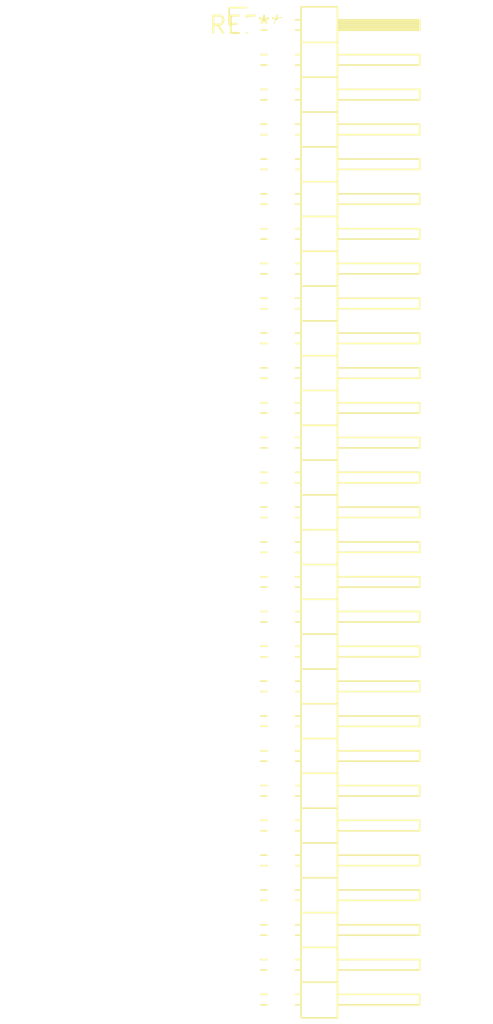
<source format=kicad_pcb>
(kicad_pcb (version 20240108) (generator pcbnew)
  (layers (0 "F.Cu" signal) (31 "B.Cu" signal) (34 "B.Paste" user) (35 "F.Paste" user) (36 "B.SilkS" user "B.Silkscreen") (37 "F.SilkS" user "F.Silkscreen") (38 "B.Mask" user) (39 "F.Mask" user) (44 "Edge.Cuts" user))
  (net 0 "")
  (footprint "PinHeader_2x29_P2.54mm_Horizontal" (layer "F.Cu") (at 0 0)
    (property "Reference" "REF**")
    (property "Value" "PinHeader_2x29_P2.54mm_Horizontal")
    (fp_line (start -1.27 -1.27) (end 0 -1.27) (layer "F.SilkS") (stroke (width 0.12)))
    (fp_line (start -1.27 0) (end -1.27 -1.27) (layer "F.SilkS") (stroke (width 0.12)))
    (fp_line (start 1.042929 2.16) (end 1.497071 2.16) (layer "F.SilkS") (stroke (width 0.12)))
    (fp_line (start 1.042929 2.92) (end 1.497071 2.92) (layer "F.SilkS") (stroke (width 0.12)))
    (fp_line (start 1.042929 4.7) (end 1.497071 4.7) (layer "F.SilkS") (stroke (width 0.12)))
    (fp_line (start 1.042929 5.46) (end 1.497071 5.46) (layer "F.SilkS") (stroke (width 0.12)))
    (fp_line (start 1.042929 7.24) (end 1.497071 7.24) (layer "F.SilkS") (stroke (width 0.12)))
    (fp_line (start 1.042929 8) (end 1.497071 8) (layer "F.SilkS") (stroke (width 0.12)))
    (fp_line (start 1.042929 9.78) (end 1.497071 9.78) (layer "F.SilkS") (stroke (width 0.12)))
    (fp_line (start 1.042929 10.54) (end 1.497071 10.54) (layer "F.SilkS") (stroke (width 0.12)))
    (fp_line (start 1.042929 12.32) (end 1.497071 12.32) (layer "F.SilkS") (stroke (width 0.12)))
    (fp_line (start 1.042929 13.08) (end 1.497071 13.08) (layer "F.SilkS") (stroke (width 0.12)))
    (fp_line (start 1.042929 14.86) (end 1.497071 14.86) (layer "F.SilkS") (stroke (width 0.12)))
    (fp_line (start 1.042929 15.62) (end 1.497071 15.62) (layer "F.SilkS") (stroke (width 0.12)))
    (fp_line (start 1.042929 17.4) (end 1.497071 17.4) (layer "F.SilkS") (stroke (width 0.12)))
    (fp_line (start 1.042929 18.16) (end 1.497071 18.16) (layer "F.SilkS") (stroke (width 0.12)))
    (fp_line (start 1.042929 19.94) (end 1.497071 19.94) (layer "F.SilkS") (stroke (width 0.12)))
    (fp_line (start 1.042929 20.7) (end 1.497071 20.7) (layer "F.SilkS") (stroke (width 0.12)))
    (fp_line (start 1.042929 22.48) (end 1.497071 22.48) (layer "F.SilkS") (stroke (width 0.12)))
    (fp_line (start 1.042929 23.24) (end 1.497071 23.24) (layer "F.SilkS") (stroke (width 0.12)))
    (fp_line (start 1.042929 25.02) (end 1.497071 25.02) (layer "F.SilkS") (stroke (width 0.12)))
    (fp_line (start 1.042929 25.78) (end 1.497071 25.78) (layer "F.SilkS") (stroke (width 0.12)))
    (fp_line (start 1.042929 27.56) (end 1.497071 27.56) (layer "F.SilkS") (stroke (width 0.12)))
    (fp_line (start 1.042929 28.32) (end 1.497071 28.32) (layer "F.SilkS") (stroke (width 0.12)))
    (fp_line (start 1.042929 30.1) (end 1.497071 30.1) (layer "F.SilkS") (stroke (width 0.12)))
    (fp_line (start 1.042929 30.86) (end 1.497071 30.86) (layer "F.SilkS") (stroke (width 0.12)))
    (fp_line (start 1.042929 32.64) (end 1.497071 32.64) (layer "F.SilkS") (stroke (width 0.12)))
    (fp_line (start 1.042929 33.4) (end 1.497071 33.4) (layer "F.SilkS") (stroke (width 0.12)))
    (fp_line (start 1.042929 35.18) (end 1.497071 35.18) (layer "F.SilkS") (stroke (width 0.12)))
    (fp_line (start 1.042929 35.94) (end 1.497071 35.94) (layer "F.SilkS") (stroke (width 0.12)))
    (fp_line (start 1.042929 37.72) (end 1.497071 37.72) (layer "F.SilkS") (stroke (width 0.12)))
    (fp_line (start 1.042929 38.48) (end 1.497071 38.48) (layer "F.SilkS") (stroke (width 0.12)))
    (fp_line (start 1.042929 40.26) (end 1.497071 40.26) (layer "F.SilkS") (stroke (width 0.12)))
    (fp_line (start 1.042929 41.02) (end 1.497071 41.02) (layer "F.SilkS") (stroke (width 0.12)))
    (fp_line (start 1.042929 42.8) (end 1.497071 42.8) (layer "F.SilkS") (stroke (width 0.12)))
    (fp_line (start 1.042929 43.56) (end 1.497071 43.56) (layer "F.SilkS") (stroke (width 0.12)))
    (fp_line (start 1.042929 45.34) (end 1.497071 45.34) (layer "F.SilkS") (stroke (width 0.12)))
    (fp_line (start 1.042929 46.1) (end 1.497071 46.1) (layer "F.SilkS") (stroke (width 0.12)))
    (fp_line (start 1.042929 47.88) (end 1.497071 47.88) (layer "F.SilkS") (stroke (width 0.12)))
    (fp_line (start 1.042929 48.64) (end 1.497071 48.64) (layer "F.SilkS") (stroke (width 0.12)))
    (fp_line (start 1.042929 50.42) (end 1.497071 50.42) (layer "F.SilkS") (stroke (width 0.12)))
    (fp_line (start 1.042929 51.18) (end 1.497071 51.18) (layer "F.SilkS") (stroke (width 0.12)))
    (fp_line (start 1.042929 52.96) (end 1.497071 52.96) (layer "F.SilkS") (stroke (width 0.12)))
    (fp_line (start 1.042929 53.72) (end 1.497071 53.72) (layer "F.SilkS") (stroke (width 0.12)))
    (fp_line (start 1.042929 55.5) (end 1.497071 55.5) (layer "F.SilkS") (stroke (width 0.12)))
    (fp_line (start 1.042929 56.26) (end 1.497071 56.26) (layer "F.SilkS") (stroke (width 0.12)))
    (fp_line (start 1.042929 58.04) (end 1.497071 58.04) (layer "F.SilkS") (stroke (width 0.12)))
    (fp_line (start 1.042929 58.8) (end 1.497071 58.8) (layer "F.SilkS") (stroke (width 0.12)))
    (fp_line (start 1.042929 60.58) (end 1.497071 60.58) (layer "F.SilkS") (stroke (width 0.12)))
    (fp_line (start 1.042929 61.34) (end 1.497071 61.34) (layer "F.SilkS") (stroke (width 0.12)))
    (fp_line (start 1.042929 63.12) (end 1.497071 63.12) (layer "F.SilkS") (stroke (width 0.12)))
    (fp_line (start 1.042929 63.88) (end 1.497071 63.88) (layer "F.SilkS") (stroke (width 0.12)))
    (fp_line (start 1.042929 65.66) (end 1.497071 65.66) (layer "F.SilkS") (stroke (width 0.12)))
    (fp_line (start 1.042929 66.42) (end 1.497071 66.42) (layer "F.SilkS") (stroke (width 0.12)))
    (fp_line (start 1.042929 68.2) (end 1.497071 68.2) (layer "F.SilkS") (stroke (width 0.12)))
    (fp_line (start 1.042929 68.96) (end 1.497071 68.96) (layer "F.SilkS") (stroke (width 0.12)))
    (fp_line (start 1.042929 70.74) (end 1.497071 70.74) (layer "F.SilkS") (stroke (width 0.12)))
    (fp_line (start 1.042929 71.5) (end 1.497071 71.5) (layer "F.SilkS") (stroke (width 0.12)))
    (fp_line (start 1.11 -0.38) (end 1.497071 -0.38) (layer "F.SilkS") (stroke (width 0.12)))
    (fp_line (start 1.11 0.38) (end 1.497071 0.38) (layer "F.SilkS") (stroke (width 0.12)))
    (fp_line (start 3.582929 -0.38) (end 3.98 -0.38) (layer "F.SilkS") (stroke (width 0.12)))
    (fp_line (start 3.582929 0.38) (end 3.98 0.38) (layer "F.SilkS") (stroke (width 0.12)))
    (fp_line (start 3.582929 2.16) (end 3.98 2.16) (layer "F.SilkS") (stroke (width 0.12)))
    (fp_line (start 3.582929 2.92) (end 3.98 2.92) (layer "F.SilkS") (stroke (width 0.12)))
    (fp_line (start 3.582929 4.7) (end 3.98 4.7) (layer "F.SilkS") (stroke (width 0.12)))
    (fp_line (start 3.582929 5.46) (end 3.98 5.46) (layer "F.SilkS") (stroke (width 0.12)))
    (fp_line (start 3.582929 7.24) (end 3.98 7.24) (layer "F.SilkS") (stroke (width 0.12)))
    (fp_line (start 3.582929 8) (end 3.98 8) (layer "F.SilkS") (stroke (width 0.12)))
    (fp_line (start 3.582929 9.78) (end 3.98 9.78) (layer "F.SilkS") (stroke (width 0.12)))
    (fp_line (start 3.582929 10.54) (end 3.98 10.54) (layer "F.SilkS") (stroke (width 0.12)))
    (fp_line (start 3.582929 12.32) (end 3.98 12.32) (layer "F.SilkS") (stroke (width 0.12)))
    (fp_line (start 3.582929 13.08) (end 3.98 13.08) (layer "F.SilkS") (stroke (width 0.12)))
    (fp_line (start 3.582929 14.86) (end 3.98 14.86) (layer "F.SilkS") (stroke (width 0.12)))
    (fp_line (start 3.582929 15.62) (end 3.98 15.62) (layer "F.SilkS") (stroke (width 0.12)))
    (fp_line (start 3.582929 17.4) (end 3.98 17.4) (layer "F.SilkS") (stroke (width 0.12)))
    (fp_line (start 3.582929 18.16) (end 3.98 18.16) (layer "F.SilkS") (stroke (width 0.12)))
    (fp_line (start 3.582929 19.94) (end 3.98 19.94) (layer "F.SilkS") (stroke (width 0.12)))
    (fp_line (start 3.582929 20.7) (end 3.98 20.7) (layer "F.SilkS") (stroke (width 0.12)))
    (fp_line (start 3.582929 22.48) (end 3.98 22.48) (layer "F.SilkS") (stroke (width 0.12)))
    (fp_line (start 3.582929 23.24) (end 3.98 23.24) (layer "F.SilkS") (stroke (width 0.12)))
    (fp_line (start 3.582929 25.02) (end 3.98 25.02) (layer "F.SilkS") (stroke (width 0.12)))
    (fp_line (start 3.582929 25.78) (end 3.98 25.78) (layer "F.SilkS") (stroke (width 0.12)))
    (fp_line (start 3.582929 27.56) (end 3.98 27.56) (layer "F.SilkS") (stroke (width 0.12)))
    (fp_line (start 3.582929 28.32) (end 3.98 28.32) (layer "F.SilkS") (stroke (width 0.12)))
    (fp_line (start 3.582929 30.1) (end 3.98 30.1) (layer "F.SilkS") (stroke (width 0.12)))
    (fp_line (start 3.582929 30.86) (end 3.98 30.86) (layer "F.SilkS") (stroke (width 0.12)))
    (fp_line (start 3.582929 32.64) (end 3.98 32.64) (layer "F.SilkS") (stroke (width 0.12)))
    (fp_line (start 3.582929 33.4) (end 3.98 33.4) (layer "F.SilkS") (stroke (width 0.12)))
    (fp_line (start 3.582929 35.18) (end 3.98 35.18) (layer "F.SilkS") (stroke (width 0.12)))
    (fp_line (start 3.582929 35.94) (end 3.98 35.94) (layer "F.SilkS") (stroke (width 0.12)))
    (fp_line (start 3.582929 37.72) (end 3.98 37.72) (layer "F.SilkS") (stroke (width 0.12)))
    (fp_line (start 3.582929 38.48) (end 3.98 38.48) (layer "F.SilkS") (stroke (width 0.12)))
    (fp_line (start 3.582929 40.26) (end 3.98 40.26) (layer "F.SilkS") (stroke (width 0.12)))
    (fp_line (start 3.582929 41.02) (end 3.98 41.02) (layer "F.SilkS") (stroke (width 0.12)))
    (fp_line (start 3.582929 42.8) (end 3.98 42.8) (layer "F.SilkS") (stroke (width 0.12)))
    (fp_line (start 3.582929 43.56) (end 3.98 43.56) (layer "F.SilkS") (stroke (width 0.12)))
    (fp_line (start 3.582929 45.34) (end 3.98 45.34) (layer "F.SilkS") (stroke (width 0.12)))
    (fp_line (start 3.582929 46.1) (end 3.98 46.1) (layer "F.SilkS") (stroke (width 0.12)))
    (fp_line (start 3.582929 47.88) (end 3.98 47.88) (layer "F.SilkS") (stroke (width 0.12)))
    (fp_line (start 3.582929 48.64) (end 3.98 48.64) (layer "F.SilkS") (stroke (width 0.12)))
    (fp_line (start 3.582929 50.42) (end 3.98 50.42) (layer "F.SilkS") (stroke (width 0.12)))
    (fp_line (start 3.582929 51.18) (end 3.98 51.18) (layer "F.SilkS") (stroke (width 0.12)))
    (fp_line (start 3.582929 52.96) (end 3.98 52.96) (layer "F.SilkS") (stroke (width 0.12)))
    (fp_line (start 3.582929 53.72) (end 3.98 53.72) (layer "F.SilkS") (stroke (width 0.12)))
    (fp_line (start 3.582929 55.5) (end 3.98 55.5) (layer "F.SilkS") (stroke (width 0.12)))
    (fp_line (start 3.582929 56.26) (end 3.98 56.26) (layer "F.SilkS") (stroke (width 0.12)))
    (fp_line (start 3.582929 58.04) (end 3.98 58.04) (layer "F.SilkS") (stroke (width 0.12)))
    (fp_line (start 3.582929 58.8) (end 3.98 58.8) (layer "F.SilkS") (stroke (width 0.12)))
    (fp_line (start 3.582929 60.58) (end 3.98 60.58) (layer "F.SilkS") (stroke (width 0.12)))
    (fp_line (start 3.582929 61.34) (end 3.98 61.34) (layer "F.SilkS") (stroke (width 0.12)))
    (fp_line (start 3.582929 63.12) (end 3.98 63.12) (layer "F.SilkS") (stroke (width 0.12)))
    (fp_line (start 3.582929 63.88) (end 3.98 63.88) (layer "F.SilkS") (stroke (width 0.12)))
    (fp_line (start 3.582929 65.66) (end 3.98 65.66) (layer "F.SilkS") (stroke (width 0.12)))
    (fp_line (start 3.582929 66.42) (end 3.98 66.42) (layer "F.SilkS") (stroke (width 0.12)))
    (fp_line (start 3.582929 68.2) (end 3.98 68.2) (layer "F.SilkS") (stroke (width 0.12)))
    (fp_line (start 3.582929 68.96) (end 3.98 68.96) (layer "F.SilkS") (stroke (width 0.12)))
    (fp_line (start 3.582929 70.74) (end 3.98 70.74) (layer "F.SilkS") (stroke (width 0.12)))
    (fp_line (start 3.582929 71.5) (end 3.98 71.5) (layer "F.SilkS") (stroke (width 0.12)))
    (fp_line (start 3.98 -1.33) (end 3.98 72.45) (layer "F.SilkS") (stroke (width 0.12)))
    (fp_line (start 3.98 1.27) (end 6.64 1.27) (layer "F.SilkS") (stroke (width 0.12)))
    (fp_line (start 3.98 3.81) (end 6.64 3.81) (layer "F.SilkS") (stroke (width 0.12)))
    (fp_line (start 3.98 6.35) (end 6.64 6.35) (layer "F.SilkS") (stroke (width 0.12)))
    (fp_line (start 3.98 8.89) (end 6.64 8.89) (layer "F.SilkS") (stroke (width 0.12)))
    (fp_line (start 3.98 11.43) (end 6.64 11.43) (layer "F.SilkS") (stroke (width 0.12)))
    (fp_line (start 3.98 13.97) (end 6.64 13.97) (layer "F.SilkS") (stroke (width 0.12)))
    (fp_line (start 3.98 16.51) (end 6.64 16.51) (layer "F.SilkS") (stroke (width 0.12)))
    (fp_line (start 3.98 19.05) (end 6.64 19.05) (layer "F.SilkS") (stroke (width 0.12)))
    (fp_line (start 3.98 21.59) (end 6.64 21.59) (layer "F.SilkS") (stroke (width 0.12)))
    (fp_line (start 3.98 24.13) (end 6.64 24.13) (layer "F.SilkS") (stroke (width 0.12)))
    (fp_line (start 3.98 26.67) (end 6.64 26.67) (layer "F.SilkS") (stroke (width 0.12)))
    (fp_line (start 3.98 29.21) (end 6.64 29.21) (layer "F.SilkS") (stroke (width 0.12)))
    (fp_line (start 3.98 31.75) (end 6.64 31.75) (layer "F.SilkS") (stroke (width 0.12)))
    (fp_line (start 3.98 34.29) (end 6.64 34.29) (layer "F.SilkS") (stroke (width 0.12)))
    (fp_line (start 3.98 36.83) (end 6.64 36.83) (layer "F.SilkS") (stroke (width 0.12)))
    (fp_line (start 3.98 39.37) (end 6.64 39.37) (layer "F.SilkS") (stroke (width 0.12)))
    (fp_line (start 3.98 41.91) (end 6.64 41.91) (layer "F.SilkS") (stroke (width 0.12)))
    (fp_line (start 3.98 44.45) (end 6.64 44.45) (layer "F.SilkS") (stroke (width 0.12)))
    (fp_line (start 3.98 46.99) (end 6.64 46.99) (layer "F.SilkS") (stroke (width 0.12)))
    (fp_line (start 3.98 49.53) (end 6.64 49.53) (layer "F.SilkS") (stroke (width 0.12)))
    (fp_line (start 3.98 52.07) (end 6.64 52.07) (layer "F.SilkS") (stroke (width 0.12)))
    (fp_line (start 3.98 54.61) (end 6.64 54.61) (layer "F.SilkS") (stroke (width 0.12)))
    (fp_line (start 3.98 57.15) (end 6.64 57.15) (layer "F.SilkS") (stroke (width 0.12)))
    (fp_line (start 3.98 59.69) (end 6.64 59.69) (layer "F.SilkS") (stroke (width 0.12)))
    (fp_line (start 3.98 62.23) (end 6.64 62.23) (layer "F.SilkS") (stroke (width 0.12)))
    (fp_line (start 3.98 64.77) (end 6.64 64.77) (layer "F.SilkS") (stroke (width 0.12)))
    (fp_line (start 3.98 67.31) (end 6.64 67.31) (layer "F.SilkS") (stroke (width 0.12)))
    (fp_line (start 3.98 69.85) (end 6.64 69.85) (layer "F.SilkS") (stroke (width 0.12)))
    (fp_line (start 3.98 72.45) (end 6.64 72.45) (layer "F.SilkS") (stroke (width 0.12)))
    (fp_line (start 6.64 -1.33) (end 3.98 -1.33) (layer "F.SilkS") (stroke (width 0.12)))
    (fp_line (start 6.64 -0.38) (end 12.64 -0.38) (layer "F.SilkS") (stroke (width 0.12)))
    (fp_line (start 6.64 -0.32) (end 12.64 -0.32) (layer "F.SilkS") (stroke (width 0.12)))
    (fp_line (start 6.64 -0.2) (end 12.64 -0.2) (layer "F.SilkS") (stroke (width 0.12)))
    (fp_line (start 6.64 -0.08) (end 12.64 -0.08) (layer "F.SilkS") (stroke (width 0.12)))
    (fp_line (start 6.64 0.04) (end 12.64 0.04) (layer "F.SilkS") (stroke (width 0.12)))
    (fp_line (start 6.64 0.16) (end 12.64 0.16) (layer "F.SilkS") (stroke (width 0.12)))
    (fp_line (start 6.64 0.28) (end 12.64 0.28) (layer "F.SilkS") (stroke (width 0.12)))
    (fp_line (start 6.64 2.16) (end 12.64 2.16) (layer "F.SilkS") (stroke (width 0.12)))
    (fp_line (start 6.64 4.7) (end 12.64 4.7) (layer "F.SilkS") (stroke (width 0.12)))
    (fp_line (start 6.64 7.24) (end 12.64 7.24) (layer "F.SilkS") (stroke (width 0.12)))
    (fp_line (start 6.64 9.78) (end 12.64 9.78) (layer "F.SilkS") (stroke (width 0.12)))
    (fp_line (start 6.64 12.32) (end 12.64 12.32) (layer "F.SilkS") (stroke (width 0.12)))
    (fp_line (start 6.64 14.86) (end 12.64 14.86) (layer "F.SilkS") (stroke (width 0.12)))
    (fp_line (start 6.64 17.4) (end 12.64 17.4) (layer "F.SilkS") (stroke (width 0.12)))
    (fp_line (start 6.64 19.94) (end 12.64 19.94) (layer "F.SilkS") (stroke (width 0.12)))
    (fp_line (start 6.64 22.48) (end 12.64 22.48) (layer "F.SilkS") (stroke (width 0.12)))
    (fp_line (start 6.64 25.02) (end 12.64 25.02) (layer "F.SilkS") (stroke (width 0.12)))
    (fp_line (start 6.64 27.56) (end 12.64 27.56) (layer "F.SilkS") (stroke (width 0.12)))
    (fp_line (start 6.64 30.1) (end 12.64 30.1) (layer "F.SilkS") (stroke (width 0.12)))
    (fp_line (start 6.64 32.64) (end 12.64 32.64) (layer "F.SilkS") (stroke (width 0.12)))
    (fp_line (start 6.64 35.18) (end 12.64 35.18) (layer "F.SilkS") (stroke (width 0.12)))
    (fp_line (start 6.64 37.72) (end 12.64 37.72) (layer "F.SilkS") (stroke (width 0.12)))
    (fp_line (start 6.64 40.26) (end 12.64 40.26) (layer "F.SilkS") (stroke (width 0.12)))
    (fp_line (start 6.64 42.8) (end 12.64 42.8) (layer "F.SilkS") (stroke (width 0.12)))
    (fp_line (start 6.64 45.34) (end 12.64 45.34) (layer "F.SilkS") (stroke (width 0.12)))
    (fp_line (start 6.64 47.88) (end 12.64 47.88) (layer "F.SilkS") (stroke (width 0.12)))
    (fp_line (start 6.64 50.42) (end 12.64 50.42) (layer "F.SilkS") (stroke (width 0.12)))
    (fp_line (start 6.64 52.96) (end 12.64 52.96) (layer "F.SilkS") (stroke (width 0.12)))
    (fp_line (start 6.64 55.5) (end 12.64 55.5) (layer "F.SilkS") (stroke (width 0.12)))
    (fp_line (start 6.64 58.04) (end 12.64 58.04) (layer "F.SilkS") (stroke (width 0.12)))
    (fp_line (start 6.64 60.58) (end 12.64 60.58) (layer "F.SilkS") (stroke (width 0.12)))
    (fp_line (start 6.64 63.12) (end 12.64 63.12) (layer "F.SilkS") (stroke (width 0.12)))
    (fp_line (start 6.64 65.66) (end 12.64 65.66) (layer "F.SilkS") (stroke (width 0.12)))
    (fp_line (start 6.64 68.2) (end 12.64 68.2) (layer "F.SilkS") (stroke (width 0.12)))
    (fp_line (start 6.64 70.74) (end 12.64 70.74) (layer "F.SilkS") (stroke (width 0.12)))
    (fp_line (start 6.64 72.45) (end 6.64 -1.33) (layer "F.SilkS") (stroke (width 0.12)))
    (fp_line (start 12.64 -0.38) (end 12.64 0.38) (layer "F.SilkS") (stroke (width 0.12)))
    (fp_line (start 12.64 0.38) (end 6.64 0.38) (layer "F.SilkS") (stroke (width 0.12)))
    (fp_line (start 12.64 2.16) (end 12.64 2.92) (layer "F.SilkS") (stroke (width 0.12)))
    (fp_line (start 12.64 2.92) (end 6.64 2.92) (layer "F.SilkS") (stroke (width 0.12)))
    (fp_line (start 12.64 4.7) (end 12.64 5.46) (layer "F.SilkS") (stroke (width 0.12)))
    (fp_line (start 12.64 5.46) (end 6.64 5.46) (layer "F.SilkS") (stroke (width 0.12)))
    (fp_line (start 12.64 7.24) (end 12.64 8) (layer "F.SilkS") (stroke (width 0.12)))
    (fp_line (start 12.64 8) (end 6.64 8) (layer "F.SilkS") (stroke (width 0.12)))
    (fp_line (start 12.64 9.78) (end 12.64 10.54) (layer "F.SilkS") (stroke (width 0.12)))
    (fp_line (start 12.64 10.54) (end 6.64 10.54) (layer "F.SilkS") (stroke (width 0.12)))
    (fp_line (start 12.64 12.32) (end 12.64 13.08) (layer "F.SilkS") (stroke (width 0.12)))
    (fp_line (start 12.64 13.08) (end 6.64 13.08) (layer "F.SilkS") (stroke (width 0.12)))
    (fp_line (start 12.64 14.86) (end 12.64 15.62) (layer "F.SilkS") (stroke (width 0.12)))
    (fp_line (start 12.64 15.62) (end 6.64 15.62) (layer "F.SilkS") (stroke (width 0.12)))
    (fp_line (start 12.64 17.4) (end 12.64 18.16) (layer "F.SilkS") (stroke (width 0.12)))
    (fp_line (start 12.64 18.16) (end 6.64 18.16) (layer "F.SilkS") (stroke (width 0.12)))
    (fp_line (start 12.64 19.94) (end 12.64 20.7) (layer "F.SilkS") (stroke (width 0.12)))
    (fp_line (start 12.64 20.7) (end 6.64 20.7) (layer "F.SilkS") (stroke (width 0.12)))
    (fp_line (start 12.64 22.48) (end 12.64 23.24) (layer "F.SilkS") (stroke (width 0.12)))
    (fp_line (start 12.64 23.24) (end 6.64 23.24) (layer "F.SilkS") (stroke (width 0.12)))
    (fp_line (start 12.64 25.02) (end 12.64 25.78) (layer "F.SilkS") (stroke (width 0.12)))
    (fp_line (start 12.64 25.78) (end 6.64 25.78) (layer "F.SilkS") (stroke (width 0.12)))
    (fp_line (start 12.64 27.56) (end 12.64 28.32) (layer "F.SilkS") (stroke (width 0.12)))
    (fp_line (start 12.64 28.32) (end 6.64 28.32) (layer "F.SilkS") (stroke (width 0.12)))
    (fp_line (start 12.64 30.1) (end 12.64 30.86) (layer "F.SilkS") (stroke (width 0.12)))
    (fp_line (start 12.64 30.86) (end 6.64 30.86) (layer "F.SilkS") (stroke (width 0.12)))
    (fp_line (start 12.64 32.64) (end 12.64 33.4) (layer "F.SilkS") (stroke (width 0.12)))
    (fp_line (start 12.64 33.4) (end 6.64 33.4) (layer "F.SilkS") (stroke (width 0.12)))
    (fp_line (start 12.64 35.18) (end 12.64 35.94) (layer "F.SilkS") (stroke (width 0.12)))
    (fp_line (start 12.64 35.94) (end 6.64 35.94) (layer "F.SilkS") (stroke (width 0.12)))
    (fp_line (start 12.64 37.72) (end 12.64 38.48) (layer "F.SilkS") (stroke (width 0.12)))
    (fp_line (start 12.64 38.48) (end 6.64 38.48) (layer "F.SilkS") (stroke (width 0.12)))
    (fp_line (start 12.64 40.26) (end 12.64 41.02) (layer "F.SilkS") (stroke (width 0.12)))
    (fp_line (start 12.64 41.02) (end 6.64 41.02) (layer "F.SilkS") (stroke (width 0.12)))
    (fp_line (start 12.64 42.8) (end 12.64 43.56) (layer "F.SilkS") (stroke (width 0.12)))
    (fp_line (start 12.64 43.56) (end 6.64 43.56) (layer "F.SilkS") (stroke (width 0.12)))
    (fp_line (start 12.64 45.34) (end 12.64 46.1) (layer "F.SilkS") (stroke (width 0.12)))
    (fp_line (start 12.64 46.1) (end 6.64 46.1) (layer "F.SilkS") (stroke (width 0.12)))
    (fp_line (start 12.64 47.88) (end 12.64 48.64) (layer "F.SilkS") (stroke (width 0.12)))
    (fp_line (start 12.64 48.64) (end 6.64 48.64) (layer "F.SilkS") (stroke (width 0.12)))
    (fp_line (start 12.64 50.42) (end 12.64 51.18) (layer "F.SilkS") (stroke (width 0.12)))
    (fp_line (start 12.64 51.18) (end 6.64 51.18) (layer "F.SilkS") (stroke (width 0.12)))
    (fp_line (start 12.64 52.96) (end 12.64 53.72) (layer "F.SilkS") (stroke (width 0.12)))
    (fp_line (start 12.64 53.72) (end 6.64 53.72) (layer "F.SilkS") (stroke (width 0.12)))
    (fp_line (start 12.64 55.5) (end 12.64 56.26) (layer "F.SilkS") (stroke (width 0.12)))
    (fp_line (start 12.64 56.26) (end 6.64 56.26) (layer "F.SilkS") (stroke (width 0.12)))
    (fp_line (start 12.64 58.04) (end 12.64 58.8) (layer "F.SilkS") (stroke (width 0.12)))
    (fp_line (start 12.64 58.8) (end 6.64 58.8) (layer "F.SilkS") (stroke (width 0.12)))
    (fp_line (start 12.64 60.58) (end 12.64 61.34) (layer "F.SilkS") (stroke (width 0.12)))
    (fp_line (start 12.64 61.34) (end 6.64 61.34) (layer "F.SilkS") (stroke (width 0.12)))
    (fp_line (start 12.64 63.12) (end 12.64 63.88) (layer "F.SilkS") (stroke (width 0.12)))
    (fp_line (start 12.64 63.88) (end 6.64 63.88) (layer "F.SilkS") (stroke (width 0.12)))
    (fp_line (start 12.64 65.66) (end 12.64 66.42) (layer "F.SilkS") (stroke (width 0.12)))
    (fp_line (start 12.64 66.42) (end 6.64 66.42) (layer "F.SilkS") (stroke (width 0.12)))
    (fp_line (start 12.64 68.2) (end 12.64 68.96) (layer "F.SilkS") (stroke (width 0.12)))
    (fp_line (start 12.64 68.96) (end 6.64 68.96) (layer "F.SilkS") (stroke (width 0.12)))
    (fp_line (start 12.64 70.74) (end 12.64 71.5) (layer "F.SilkS") (stroke (width 0.12)))
    (fp_line (start 12.64 71.5) (end 6.64 71.5) (layer "F.SilkS") (stroke (width 0.12)))
    (pad "1" thru_hole rect (at 0 0) (size 1.7 1.7) (drill 1) (layers *.Cu *.Mask) (remove_unused_layers))
    (pad "2" thru_hole oval (at 2.54 0) (size 1.7 1.7) (drill 1) (layers *.Cu *.Mask) (remove_unused_layers))
    (pad "3" thru_hole oval (at 0 2.54) (size 1.7 1.7) (drill 1) (layers *.Cu *.Mask) (remove_unused_layers))
    (pad "4" thru_hole oval (at 2.54 2.54) (size 1.7 1.7) (drill 1) (layers *.Cu *.Mask) (remove_unused_layers))
    (pad "5" thru_hole oval (at 0 5.08) (size 1.7 1.7) (drill 1) (layers *.Cu *.Mask) (remove_unused_layers))
    (pad "6" thru_hole oval (at 2.54 5.08) (size 1.7 1.7) (drill 1) (layers *.Cu *.Mask) (remove_unused_layers))
    (pad "7" thru_hole oval (at 0 7.62) (size 1.7 1.7) (drill 1) (layers *.Cu *.Mask) (remove_unused_layers))
    (pad "8" thru_hole oval (at 2.54 7.62) (size 1.7 1.7) (drill 1) (layers *.Cu *.Mask) (remove_unused_layers))
    (pad "9" thru_hole oval (at 0 10.16) (size 1.7 1.7) (drill 1) (layers *.Cu *.Mask) (remove_unused_layers))
    (pad "10" thru_hole oval (at 2.54 10.16) (size 1.7 1.7) (drill 1) (layers *.Cu *.Mask) (remove_unused_layers))
    (pad "11" thru_hole oval (at 0 12.7) (size 1.7 1.7) (drill 1) (layers *.Cu *.Mask) (remove_unused_layers))
    (pad "12" thru_hole oval (at 2.54 12.7) (size 1.7 1.7) (drill 1) (layers *.Cu *.Mask) (remove_unused_layers))
    (pad "13" thru_hole oval (at 0 15.24) (size 1.7 1.7) (drill 1) (layers *.Cu *.Mask) (remove_unused_layers))
    (pad "14" thru_hole oval (at 2.54 15.24) (size 1.7 1.7) (drill 1) (layers *.Cu *.Mask) (remove_unused_layers))
    (pad "15" thru_hole oval (at 0 17.78) (size 1.7 1.7) (drill 1) (layers *.Cu *.Mask) (remove_unused_layers))
    (pad "16" thru_hole oval (at 2.54 17.78) (size 1.7 1.7) (drill 1) (layers *.Cu *.Mask) (remove_unused_layers))
    (pad "17" thru_hole oval (at 0 20.32) (size 1.7 1.7) (drill 1) (layers *.Cu *.Mask) (remove_unused_layers))
    (pad "18" thru_hole oval (at 2.54 20.32) (size 1.7 1.7) (drill 1) (layers *.Cu *.Mask) (remove_unused_layers))
    (pad "19" thru_hole oval (at 0 22.86) (size 1.7 1.7) (drill 1) (layers *.Cu *.Mask) (remove_unused_layers))
    (pad "20" thru_hole oval (at 2.54 22.86) (size 1.7 1.7) (drill 1) (layers *.Cu *.Mask) (remove_unused_layers))
    (pad "21" thru_hole oval (at 0 25.4) (size 1.7 1.7) (drill 1) (layers *.Cu *.Mask) (remove_unused_layers))
    (pad "22" thru_hole oval (at 2.54 25.4) (size 1.7 1.7) (drill 1) (layers *.Cu *.Mask) (remove_unused_layers))
    (pad "23" thru_hole oval (at 0 27.94) (size 1.7 1.7) (drill 1) (layers *.Cu *.Mask) (remove_unused_layers))
    (pad "24" thru_hole oval (at 2.54 27.94) (size 1.7 1.7) (drill 1) (layers *.Cu *.Mask) (remove_unused_layers))
    (pad "25" thru_hole oval (at 0 30.48) (size 1.7 1.7) (drill 1) (layers *.Cu *.Mask) (remove_unused_layers))
    (pad "26" thru_hole oval (at 2.54 30.48) (size 1.7 1.7) (drill 1) (layers *.Cu *.Mask) (remove_unused_layers))
    (pad "27" thru_hole oval (at 0 33.02) (size 1.7 1.7) (drill 1) (layers *.Cu *.Mask) (remove_unused_layers))
    (pad "28" thru_hole oval (at 2.54 33.02) (size 1.7 1.7) (drill 1) (layers *.Cu *.Mask) (remove_unused_layers))
    (pad "29" thru_hole oval (at 0 35.56) (size 1.7 1.7) (drill 1) (layers *.Cu *.Mask) (remove_unused_layers))
    (pad "30" thru_hole oval (at 2.54 35.56) (size 1.7 1.7) (drill 1) (layers *.Cu *.Mask) (remove_unused_layers))
    (pad "31" thru_hole oval (at 0 38.1) (size 1.7 1.7) (drill 1) (layers *.Cu *.Mask) (remove_unused_layers))
    (pad "32" thru_hole oval (at 2.54 38.1) (size 1.7 1.7) (drill 1) (layers *.Cu *.Mask) (remove_unused_layers))
    (pad "33" thru_hole oval (at 0 40.64) (size 1.7 1.7) (drill 1) (layers *.Cu *.Mask) (remove_unused_layers))
    (pad "34" thru_hole oval (at 2.54 40.64) (size 1.7 1.7) (drill 1) (layers *.Cu *.Mask) (remove_unused_layers))
    (pad "35" thru_hole oval (at 0 43.18) (size 1.7 1.7) (drill 1) (layers *.Cu *.Mask) (remove_unused_layers))
    (pad "36" thru_hole oval (at 2.54 43.18) (size 1.7 1.7) (drill 1) (layers *.Cu *.Mask) (remove_unused_layers))
    (pad "37" thru_hole oval (at 0 45.72) (size 1.7 1.7) (drill 1) (layers *.Cu *.Mask) (remove_unused_layers))
    (pad "38" thru_hole oval (at 2.54 45.72) (size 1.7 1.7) (drill 1) (layers *.Cu *.Mask) (remove_unused_layers))
    (pad "39" thru_hole oval (at 0 48.26) (size 1.7 1.7) (drill 1) (layers *.Cu *.Mask) (remove_unused_layers))
    (pad "40" thru_hole oval (at 2.54 48.26) (size 1.7 1.7) (drill 1) (layers *.Cu *.Mask) (remove_unused_layers))
    (pad "41" thru_hole oval (at 0 50.8) (size 1.7 1.7) (drill 1) (layers *.Cu *.Mask) (remove_unused_layers))
    (pad "42" thru_hole oval (at 2.54 50.8) (size 1.7 1.7) (drill 1) (layers *.Cu *.Mask) (remove_unused_layers))
    (pad "43" thru_hole oval (at 0 53.34) (size 1.7 1.7) (drill 1) (layers *.Cu *.Mask) (remove_unused_layers))
    (pad "44" thru_hole oval (at 2.54 53.34) (size 1.7 1.7) (drill 1) (layers *.Cu *.Mask) (remove_unused_layers))
    (pad "45" thru_hole oval (at 0 55.88) (size 1.7 1.7) (drill 1) (layers *.Cu *.Mask) (remove_unused_layers))
    (pad "46" thru_hole oval (at 2.54 55.88) (size 1.7 1.7) (drill 1) (layers *.Cu *.Mask) (remove_unused_layers))
    (pad "47" thru_hole oval (at 0 58.42) (size 1.7 1.7) (drill 1) (layers *.Cu *.Mask) (remove_unused_layers))
    (pad "48" thru_hole oval (at 2.54 58.42) (size 1.7 1.7) (drill 1) (layers *.Cu *.Mask) (remove_unused_layers))
    (pad "49" thru_hole oval (at 0 60.96) (size 1.7 1.7) (drill 1) (layers *.Cu *.Mask) (remove_unused_layers))
    (pad "50" thru_hole oval (at 2.54 60.96) (size 1.7 1.7) (drill 1) (layers *.Cu *.Mask) (remove_unused_layers))
    (pad "51" thru_hole oval (at 0 63.5) (size 1.7 1.7) (drill 1) (layers *.Cu *.Mask) (remove_unused_layers))
    (pad "52" thru_hole oval (at 2.54 63.5) (size 1.7 1.7) (drill 1) (layers *.Cu *.Mask) (remove_unused_layers))
    (pad "53" thru_hole oval (at 0 66.04) (size 1.7 1.7) (drill 1) (layers *.Cu *.Mask) (remove_unused_layers))
    (pad "54" thru_hole oval (at 2.54 66.04) (size 1.7 1.7) (drill 1) (layers *.Cu *.Mask) (remove_unused_layers))
    (pad "55" thru_hole oval (at 0 68.58) (size 1.7 1.7) (drill 1) (layers *.Cu *.Mask) (remove_unused_layers))
    (pad "56" thru_hole oval (at 2.54 68.58) (size 1.7 1.7) (drill 1) (layers *.Cu *.Mask) (remove_unused_layers))
    (pad "57" thru_hole oval (at 0 71.12) (size 1.7 1.7) (drill 1) (layers *.Cu *.Mask) (remove_unused_layers))
    (pad "58" thru_hole oval (at 2.54 71.12) (size 1.7 1.7) (drill 1) (layers *.Cu *.Mask) (remove_unused_layers))
  )
)
</source>
